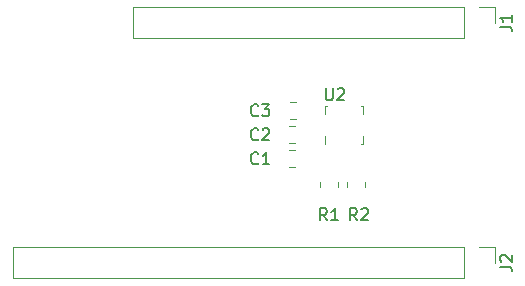
<source format=gbr>
%TF.GenerationSoftware,KiCad,Pcbnew,7.0.6-0*%
%TF.CreationDate,2023-10-22T23:09:20-07:00*%
%TF.ProjectId,esp32_daughtercard,65737033-325f-4646-9175-676874657263,1.0*%
%TF.SameCoordinates,Original*%
%TF.FileFunction,Legend,Top*%
%TF.FilePolarity,Positive*%
%FSLAX46Y46*%
G04 Gerber Fmt 4.6, Leading zero omitted, Abs format (unit mm)*
G04 Created by KiCad (PCBNEW 7.0.6-0) date 2023-10-22 23:09:20*
%MOMM*%
%LPD*%
G01*
G04 APERTURE LIST*
%ADD10C,0.150000*%
%ADD11C,0.120000*%
G04 APERTURE END LIST*
D10*
X160020095Y-92164819D02*
X160020095Y-92974342D01*
X160020095Y-92974342D02*
X160067714Y-93069580D01*
X160067714Y-93069580D02*
X160115333Y-93117200D01*
X160115333Y-93117200D02*
X160210571Y-93164819D01*
X160210571Y-93164819D02*
X160401047Y-93164819D01*
X160401047Y-93164819D02*
X160496285Y-93117200D01*
X160496285Y-93117200D02*
X160543904Y-93069580D01*
X160543904Y-93069580D02*
X160591523Y-92974342D01*
X160591523Y-92974342D02*
X160591523Y-92164819D01*
X161020095Y-92260057D02*
X161067714Y-92212438D01*
X161067714Y-92212438D02*
X161162952Y-92164819D01*
X161162952Y-92164819D02*
X161401047Y-92164819D01*
X161401047Y-92164819D02*
X161496285Y-92212438D01*
X161496285Y-92212438D02*
X161543904Y-92260057D01*
X161543904Y-92260057D02*
X161591523Y-92355295D01*
X161591523Y-92355295D02*
X161591523Y-92450533D01*
X161591523Y-92450533D02*
X161543904Y-92593390D01*
X161543904Y-92593390D02*
X160972476Y-93164819D01*
X160972476Y-93164819D02*
X161591523Y-93164819D01*
X160107333Y-103324819D02*
X159774000Y-102848628D01*
X159535905Y-103324819D02*
X159535905Y-102324819D01*
X159535905Y-102324819D02*
X159916857Y-102324819D01*
X159916857Y-102324819D02*
X160012095Y-102372438D01*
X160012095Y-102372438D02*
X160059714Y-102420057D01*
X160059714Y-102420057D02*
X160107333Y-102515295D01*
X160107333Y-102515295D02*
X160107333Y-102658152D01*
X160107333Y-102658152D02*
X160059714Y-102753390D01*
X160059714Y-102753390D02*
X160012095Y-102801009D01*
X160012095Y-102801009D02*
X159916857Y-102848628D01*
X159916857Y-102848628D02*
X159535905Y-102848628D01*
X161059714Y-103324819D02*
X160488286Y-103324819D01*
X160774000Y-103324819D02*
X160774000Y-102324819D01*
X160774000Y-102324819D02*
X160678762Y-102467676D01*
X160678762Y-102467676D02*
X160583524Y-102562914D01*
X160583524Y-102562914D02*
X160488286Y-102610533D01*
X174758819Y-86947333D02*
X175473104Y-86947333D01*
X175473104Y-86947333D02*
X175615961Y-86994952D01*
X175615961Y-86994952D02*
X175711200Y-87090190D01*
X175711200Y-87090190D02*
X175758819Y-87233047D01*
X175758819Y-87233047D02*
X175758819Y-87328285D01*
X175758819Y-85947333D02*
X175758819Y-86518761D01*
X175758819Y-86233047D02*
X174758819Y-86233047D01*
X174758819Y-86233047D02*
X174901676Y-86328285D01*
X174901676Y-86328285D02*
X174996914Y-86423523D01*
X174996914Y-86423523D02*
X175044533Y-86518761D01*
X174758819Y-107267333D02*
X175473104Y-107267333D01*
X175473104Y-107267333D02*
X175615961Y-107314952D01*
X175615961Y-107314952D02*
X175711200Y-107410190D01*
X175711200Y-107410190D02*
X175758819Y-107553047D01*
X175758819Y-107553047D02*
X175758819Y-107648285D01*
X174854057Y-106838761D02*
X174806438Y-106791142D01*
X174806438Y-106791142D02*
X174758819Y-106695904D01*
X174758819Y-106695904D02*
X174758819Y-106457809D01*
X174758819Y-106457809D02*
X174806438Y-106362571D01*
X174806438Y-106362571D02*
X174854057Y-106314952D01*
X174854057Y-106314952D02*
X174949295Y-106267333D01*
X174949295Y-106267333D02*
X175044533Y-106267333D01*
X175044533Y-106267333D02*
X175187390Y-106314952D01*
X175187390Y-106314952D02*
X175758819Y-106886380D01*
X175758819Y-106886380D02*
X175758819Y-106267333D01*
X162647333Y-103324819D02*
X162314000Y-102848628D01*
X162075905Y-103324819D02*
X162075905Y-102324819D01*
X162075905Y-102324819D02*
X162456857Y-102324819D01*
X162456857Y-102324819D02*
X162552095Y-102372438D01*
X162552095Y-102372438D02*
X162599714Y-102420057D01*
X162599714Y-102420057D02*
X162647333Y-102515295D01*
X162647333Y-102515295D02*
X162647333Y-102658152D01*
X162647333Y-102658152D02*
X162599714Y-102753390D01*
X162599714Y-102753390D02*
X162552095Y-102801009D01*
X162552095Y-102801009D02*
X162456857Y-102848628D01*
X162456857Y-102848628D02*
X162075905Y-102848628D01*
X163028286Y-102420057D02*
X163075905Y-102372438D01*
X163075905Y-102372438D02*
X163171143Y-102324819D01*
X163171143Y-102324819D02*
X163409238Y-102324819D01*
X163409238Y-102324819D02*
X163504476Y-102372438D01*
X163504476Y-102372438D02*
X163552095Y-102420057D01*
X163552095Y-102420057D02*
X163599714Y-102515295D01*
X163599714Y-102515295D02*
X163599714Y-102610533D01*
X163599714Y-102610533D02*
X163552095Y-102753390D01*
X163552095Y-102753390D02*
X162980667Y-103324819D01*
X162980667Y-103324819D02*
X163599714Y-103324819D01*
X154281333Y-96461580D02*
X154233714Y-96509200D01*
X154233714Y-96509200D02*
X154090857Y-96556819D01*
X154090857Y-96556819D02*
X153995619Y-96556819D01*
X153995619Y-96556819D02*
X153852762Y-96509200D01*
X153852762Y-96509200D02*
X153757524Y-96413961D01*
X153757524Y-96413961D02*
X153709905Y-96318723D01*
X153709905Y-96318723D02*
X153662286Y-96128247D01*
X153662286Y-96128247D02*
X153662286Y-95985390D01*
X153662286Y-95985390D02*
X153709905Y-95794914D01*
X153709905Y-95794914D02*
X153757524Y-95699676D01*
X153757524Y-95699676D02*
X153852762Y-95604438D01*
X153852762Y-95604438D02*
X153995619Y-95556819D01*
X153995619Y-95556819D02*
X154090857Y-95556819D01*
X154090857Y-95556819D02*
X154233714Y-95604438D01*
X154233714Y-95604438D02*
X154281333Y-95652057D01*
X154662286Y-95652057D02*
X154709905Y-95604438D01*
X154709905Y-95604438D02*
X154805143Y-95556819D01*
X154805143Y-95556819D02*
X155043238Y-95556819D01*
X155043238Y-95556819D02*
X155138476Y-95604438D01*
X155138476Y-95604438D02*
X155186095Y-95652057D01*
X155186095Y-95652057D02*
X155233714Y-95747295D01*
X155233714Y-95747295D02*
X155233714Y-95842533D01*
X155233714Y-95842533D02*
X155186095Y-95985390D01*
X155186095Y-95985390D02*
X154614667Y-96556819D01*
X154614667Y-96556819D02*
X155233714Y-96556819D01*
X154281333Y-94429580D02*
X154233714Y-94477200D01*
X154233714Y-94477200D02*
X154090857Y-94524819D01*
X154090857Y-94524819D02*
X153995619Y-94524819D01*
X153995619Y-94524819D02*
X153852762Y-94477200D01*
X153852762Y-94477200D02*
X153757524Y-94381961D01*
X153757524Y-94381961D02*
X153709905Y-94286723D01*
X153709905Y-94286723D02*
X153662286Y-94096247D01*
X153662286Y-94096247D02*
X153662286Y-93953390D01*
X153662286Y-93953390D02*
X153709905Y-93762914D01*
X153709905Y-93762914D02*
X153757524Y-93667676D01*
X153757524Y-93667676D02*
X153852762Y-93572438D01*
X153852762Y-93572438D02*
X153995619Y-93524819D01*
X153995619Y-93524819D02*
X154090857Y-93524819D01*
X154090857Y-93524819D02*
X154233714Y-93572438D01*
X154233714Y-93572438D02*
X154281333Y-93620057D01*
X154614667Y-93524819D02*
X155233714Y-93524819D01*
X155233714Y-93524819D02*
X154900381Y-93905771D01*
X154900381Y-93905771D02*
X155043238Y-93905771D01*
X155043238Y-93905771D02*
X155138476Y-93953390D01*
X155138476Y-93953390D02*
X155186095Y-94001009D01*
X155186095Y-94001009D02*
X155233714Y-94096247D01*
X155233714Y-94096247D02*
X155233714Y-94334342D01*
X155233714Y-94334342D02*
X155186095Y-94429580D01*
X155186095Y-94429580D02*
X155138476Y-94477200D01*
X155138476Y-94477200D02*
X155043238Y-94524819D01*
X155043238Y-94524819D02*
X154757524Y-94524819D01*
X154757524Y-94524819D02*
X154662286Y-94477200D01*
X154662286Y-94477200D02*
X154614667Y-94429580D01*
X154281333Y-98493580D02*
X154233714Y-98541200D01*
X154233714Y-98541200D02*
X154090857Y-98588819D01*
X154090857Y-98588819D02*
X153995619Y-98588819D01*
X153995619Y-98588819D02*
X153852762Y-98541200D01*
X153852762Y-98541200D02*
X153757524Y-98445961D01*
X153757524Y-98445961D02*
X153709905Y-98350723D01*
X153709905Y-98350723D02*
X153662286Y-98160247D01*
X153662286Y-98160247D02*
X153662286Y-98017390D01*
X153662286Y-98017390D02*
X153709905Y-97826914D01*
X153709905Y-97826914D02*
X153757524Y-97731676D01*
X153757524Y-97731676D02*
X153852762Y-97636438D01*
X153852762Y-97636438D02*
X153995619Y-97588819D01*
X153995619Y-97588819D02*
X154090857Y-97588819D01*
X154090857Y-97588819D02*
X154233714Y-97636438D01*
X154233714Y-97636438D02*
X154281333Y-97684057D01*
X155233714Y-98588819D02*
X154662286Y-98588819D01*
X154948000Y-98588819D02*
X154948000Y-97588819D01*
X154948000Y-97588819D02*
X154852762Y-97731676D01*
X154852762Y-97731676D02*
X154757524Y-97826914D01*
X154757524Y-97826914D02*
X154662286Y-97874533D01*
D11*
%TO.C,U2*%
X163154000Y-96905000D02*
X162979000Y-96905000D01*
X159934000Y-96230000D02*
X159934000Y-96905000D01*
X163154000Y-96230000D02*
X163154000Y-96905000D01*
X159934000Y-94360000D02*
X159934000Y-93685000D01*
X163154000Y-94360000D02*
X163154000Y-93685000D01*
X159934000Y-93685000D02*
X160109000Y-93685000D01*
X163154000Y-93685000D02*
X162979000Y-93685000D01*
%TO.C,R1*%
X159539000Y-100557064D02*
X159539000Y-100102936D01*
X161009000Y-100557064D02*
X161009000Y-100102936D01*
%TO.C,J1*%
X174304000Y-85284000D02*
X174304000Y-86614000D01*
X172974000Y-85284000D02*
X174304000Y-85284000D01*
X171704000Y-85284000D02*
X143704000Y-85284000D01*
X171704000Y-85284000D02*
X171704000Y-87944000D01*
X143704000Y-85284000D02*
X143704000Y-87944000D01*
X171704000Y-87944000D02*
X143704000Y-87944000D01*
%TO.C,J2*%
X174304000Y-105604000D02*
X174304000Y-106934000D01*
X172974000Y-105604000D02*
X174304000Y-105604000D01*
X171704000Y-105604000D02*
X133544000Y-105604000D01*
X171704000Y-105604000D02*
X171704000Y-108264000D01*
X133544000Y-105604000D02*
X133544000Y-108264000D01*
X171704000Y-108264000D02*
X133544000Y-108264000D01*
%TO.C,R2*%
X161825000Y-100557064D02*
X161825000Y-100102936D01*
X163295000Y-100557064D02*
X163295000Y-100102936D01*
%TO.C,C2*%
X157437252Y-96837000D02*
X156914748Y-96837000D01*
X157437252Y-95367000D02*
X156914748Y-95367000D01*
%TO.C,C3*%
X157503252Y-94805000D02*
X156980748Y-94805000D01*
X157503252Y-93335000D02*
X156980748Y-93335000D01*
%TO.C,C1*%
X157437252Y-98869000D02*
X156914748Y-98869000D01*
X157437252Y-97399000D02*
X156914748Y-97399000D01*
%TD*%
M02*

</source>
